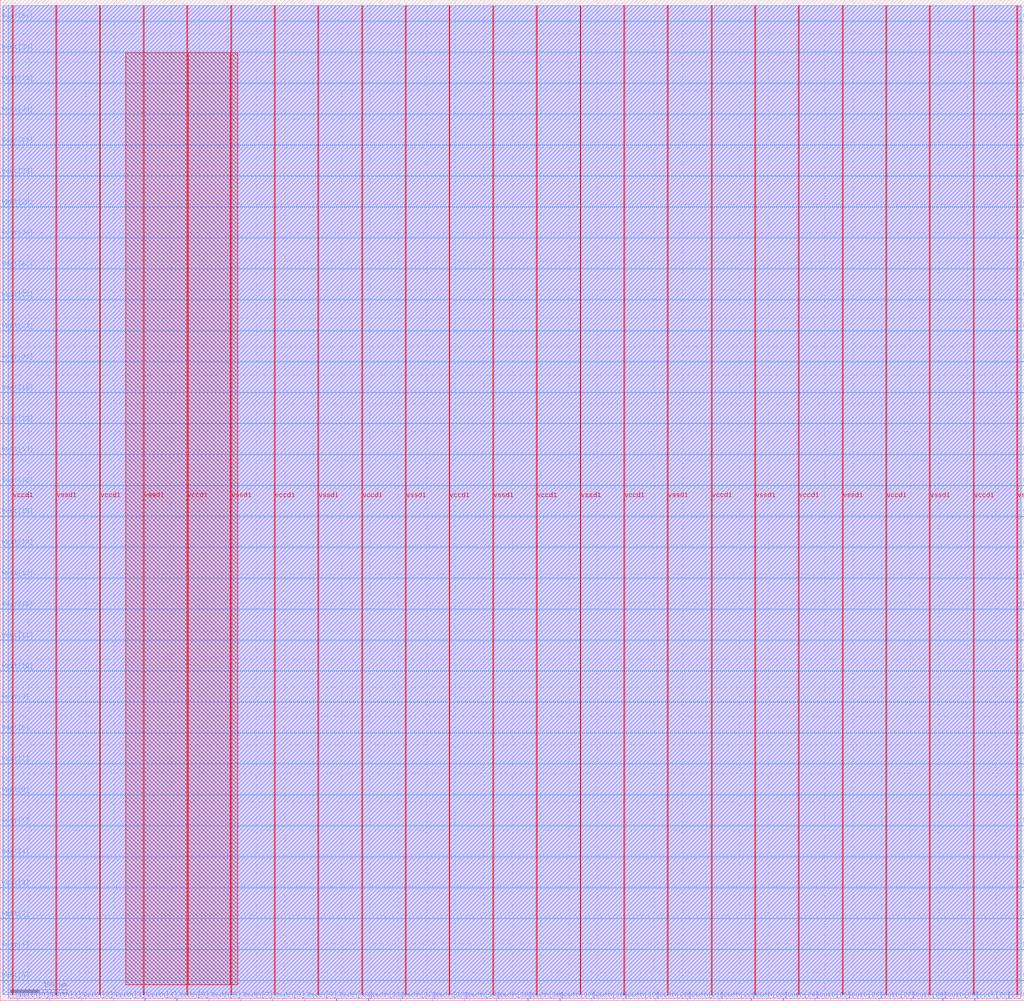
<source format=lef>
VERSION 5.7 ;
  NOWIREEXTENSIONATPIN ON ;
  DIVIDERCHAR "/" ;
  BUSBITCHARS "[]" ;
MACRO user_proj_IMPACT_HEAD
  CLASS BLOCK ;
  FOREIGN user_proj_IMPACT_HEAD ;
  ORIGIN 0.000 0.000 ;
  SIZE 1800.000 BY 1760.000 ;
  PIN East[0]
    DIRECTION INPUT ;
    USE SIGNAL ;
    ANTENNAGATEAREA 0.990000 ;
    PORT
      LAYER met3 ;
        RECT 1796.000 35.400 1800.000 36.000 ;
    END
  END East[0]
  PIN East[10]
    DIRECTION INPUT ;
    USE SIGNAL ;
    ANTENNAGATEAREA 0.990000 ;
    PORT
      LAYER met3 ;
        RECT 1796.000 579.400 1800.000 580.000 ;
    END
  END East[10]
  PIN East[11]
    DIRECTION INPUT ;
    USE SIGNAL ;
    ANTENNAGATEAREA 0.990000 ;
    PORT
      LAYER met3 ;
        RECT 1796.000 633.800 1800.000 634.400 ;
    END
  END East[11]
  PIN East[12]
    DIRECTION INPUT ;
    USE SIGNAL ;
    ANTENNAGATEAREA 0.990000 ;
    PORT
      LAYER met3 ;
        RECT 1796.000 688.200 1800.000 688.800 ;
    END
  END East[12]
  PIN East[13]
    DIRECTION INPUT ;
    USE SIGNAL ;
    ANTENNAGATEAREA 0.990000 ;
    PORT
      LAYER met3 ;
        RECT 1796.000 742.600 1800.000 743.200 ;
    END
  END East[13]
  PIN East[14]
    DIRECTION INPUT ;
    USE SIGNAL ;
    ANTENNAGATEAREA 0.990000 ;
    PORT
      LAYER met3 ;
        RECT 1796.000 797.000 1800.000 797.600 ;
    END
  END East[14]
  PIN East[15]
    DIRECTION INPUT ;
    USE SIGNAL ;
    ANTENNAGATEAREA 0.990000 ;
    PORT
      LAYER met3 ;
        RECT 1796.000 851.400 1800.000 852.000 ;
    END
  END East[15]
  PIN East[16]
    DIRECTION INPUT ;
    USE SIGNAL ;
    ANTENNAGATEAREA 0.990000 ;
    PORT
      LAYER met3 ;
        RECT 1796.000 905.800 1800.000 906.400 ;
    END
  END East[16]
  PIN East[17]
    DIRECTION INPUT ;
    USE SIGNAL ;
    ANTENNAGATEAREA 0.990000 ;
    PORT
      LAYER met3 ;
        RECT 1796.000 960.200 1800.000 960.800 ;
    END
  END East[17]
  PIN East[18]
    DIRECTION INPUT ;
    USE SIGNAL ;
    ANTENNAGATEAREA 0.990000 ;
    PORT
      LAYER met3 ;
        RECT 1796.000 1014.600 1800.000 1015.200 ;
    END
  END East[18]
  PIN East[19]
    DIRECTION INPUT ;
    USE SIGNAL ;
    ANTENNAGATEAREA 0.990000 ;
    PORT
      LAYER met3 ;
        RECT 1796.000 1069.000 1800.000 1069.600 ;
    END
  END East[19]
  PIN East[1]
    DIRECTION INPUT ;
    USE SIGNAL ;
    ANTENNAGATEAREA 0.990000 ;
    PORT
      LAYER met3 ;
        RECT 1796.000 89.800 1800.000 90.400 ;
    END
  END East[1]
  PIN East[20]
    DIRECTION INPUT ;
    USE SIGNAL ;
    ANTENNAGATEAREA 0.990000 ;
    PORT
      LAYER met3 ;
        RECT 1796.000 1123.400 1800.000 1124.000 ;
    END
  END East[20]
  PIN East[21]
    DIRECTION INPUT ;
    USE SIGNAL ;
    ANTENNAGATEAREA 0.990000 ;
    PORT
      LAYER met3 ;
        RECT 1796.000 1177.800 1800.000 1178.400 ;
    END
  END East[21]
  PIN East[22]
    DIRECTION INPUT ;
    USE SIGNAL ;
    ANTENNAGATEAREA 0.495000 ;
    PORT
      LAYER met3 ;
        RECT 1796.000 1232.200 1800.000 1232.800 ;
    END
  END East[22]
  PIN East[23]
    DIRECTION INPUT ;
    USE SIGNAL ;
    ANTENNAGATEAREA 0.495000 ;
    PORT
      LAYER met3 ;
        RECT 1796.000 1286.600 1800.000 1287.200 ;
    END
  END East[23]
  PIN East[24]
    DIRECTION INPUT ;
    USE SIGNAL ;
    ANTENNAGATEAREA 0.495000 ;
    PORT
      LAYER met3 ;
        RECT 1796.000 1341.000 1800.000 1341.600 ;
    END
  END East[24]
  PIN East[25]
    DIRECTION INPUT ;
    USE SIGNAL ;
    ANTENNAGATEAREA 0.495000 ;
    PORT
      LAYER met3 ;
        RECT 1796.000 1395.400 1800.000 1396.000 ;
    END
  END East[25]
  PIN East[26]
    DIRECTION INPUT ;
    USE SIGNAL ;
    ANTENNAGATEAREA 0.495000 ;
    PORT
      LAYER met3 ;
        RECT 1796.000 1449.800 1800.000 1450.400 ;
    END
  END East[26]
  PIN East[27]
    DIRECTION INPUT ;
    USE SIGNAL ;
    ANTENNAGATEAREA 0.495000 ;
    PORT
      LAYER met3 ;
        RECT 1796.000 1504.200 1800.000 1504.800 ;
    END
  END East[27]
  PIN East[28]
    DIRECTION INPUT ;
    USE SIGNAL ;
    ANTENNAGATEAREA 0.495000 ;
    PORT
      LAYER met3 ;
        RECT 1796.000 1558.600 1800.000 1559.200 ;
    END
  END East[28]
  PIN East[29]
    DIRECTION INPUT ;
    USE SIGNAL ;
    ANTENNAGATEAREA 0.742500 ;
    PORT
      LAYER met3 ;
        RECT 1796.000 1613.000 1800.000 1613.600 ;
    END
  END East[29]
  PIN East[2]
    DIRECTION INPUT ;
    USE SIGNAL ;
    ANTENNAGATEAREA 0.990000 ;
    PORT
      LAYER met3 ;
        RECT 1796.000 144.200 1800.000 144.800 ;
    END
  END East[2]
  PIN East[30]
    DIRECTION INPUT ;
    USE SIGNAL ;
    ANTENNAGATEAREA 0.742500 ;
    PORT
      LAYER met3 ;
        RECT 1796.000 1667.400 1800.000 1668.000 ;
    END
  END East[30]
  PIN East[31]
    DIRECTION INPUT ;
    USE SIGNAL ;
    ANTENNAGATEAREA 0.742500 ;
    PORT
      LAYER met3 ;
        RECT 1796.000 1721.800 1800.000 1722.400 ;
    END
  END East[31]
  PIN East[3]
    DIRECTION INPUT ;
    USE SIGNAL ;
    ANTENNAGATEAREA 0.990000 ;
    PORT
      LAYER met3 ;
        RECT 1796.000 198.600 1800.000 199.200 ;
    END
  END East[3]
  PIN East[4]
    DIRECTION INPUT ;
    USE SIGNAL ;
    ANTENNAGATEAREA 0.990000 ;
    PORT
      LAYER met3 ;
        RECT 1796.000 253.000 1800.000 253.600 ;
    END
  END East[4]
  PIN East[5]
    DIRECTION INPUT ;
    USE SIGNAL ;
    ANTENNAGATEAREA 0.990000 ;
    PORT
      LAYER met3 ;
        RECT 1796.000 307.400 1800.000 308.000 ;
    END
  END East[5]
  PIN East[6]
    DIRECTION INPUT ;
    USE SIGNAL ;
    ANTENNAGATEAREA 0.990000 ;
    PORT
      LAYER met3 ;
        RECT 1796.000 361.800 1800.000 362.400 ;
    END
  END East[6]
  PIN East[7]
    DIRECTION INPUT ;
    USE SIGNAL ;
    ANTENNAGATEAREA 0.990000 ;
    PORT
      LAYER met3 ;
        RECT 1796.000 416.200 1800.000 416.800 ;
    END
  END East[7]
  PIN East[8]
    DIRECTION INPUT ;
    USE SIGNAL ;
    ANTENNAGATEAREA 0.990000 ;
    PORT
      LAYER met3 ;
        RECT 1796.000 470.600 1800.000 471.200 ;
    END
  END East[8]
  PIN East[9]
    DIRECTION INPUT ;
    USE SIGNAL ;
    ANTENNAGATEAREA 0.990000 ;
    PORT
      LAYER met3 ;
        RECT 1796.000 525.000 1800.000 525.600 ;
    END
  END East[9]
  PIN South[0]
    DIRECTION INOUT ;
    USE SIGNAL ;
    PORT
      LAYER met2 ;
        RECT 29.990 0.000 30.270 4.000 ;
    END
  END South[0]
  PIN South[10]
    DIRECTION INOUT ;
    USE SIGNAL ;
    PORT
      LAYER met2 ;
        RECT 591.190 0.000 591.470 4.000 ;
    END
  END South[10]
  PIN South[11]
    DIRECTION INOUT ;
    USE SIGNAL ;
    PORT
      LAYER met2 ;
        RECT 647.310 0.000 647.590 4.000 ;
    END
  END South[11]
  PIN South[12]
    DIRECTION INOUT ;
    USE SIGNAL ;
    PORT
      LAYER met2 ;
        RECT 703.430 0.000 703.710 4.000 ;
    END
  END South[12]
  PIN South[13]
    DIRECTION INOUT ;
    USE SIGNAL ;
    PORT
      LAYER met2 ;
        RECT 759.550 0.000 759.830 4.000 ;
    END
  END South[13]
  PIN South[14]
    DIRECTION INOUT ;
    USE SIGNAL ;
    PORT
      LAYER met2 ;
        RECT 815.670 0.000 815.950 4.000 ;
    END
  END South[14]
  PIN South[15]
    DIRECTION INOUT ;
    USE SIGNAL ;
    PORT
      LAYER met2 ;
        RECT 871.790 0.000 872.070 4.000 ;
    END
  END South[15]
  PIN South[16]
    DIRECTION INOUT ;
    USE SIGNAL ;
    PORT
      LAYER met2 ;
        RECT 927.910 0.000 928.190 4.000 ;
    END
  END South[16]
  PIN South[17]
    DIRECTION INOUT ;
    USE SIGNAL ;
    PORT
      LAYER met2 ;
        RECT 984.030 0.000 984.310 4.000 ;
    END
  END South[17]
  PIN South[18]
    DIRECTION INOUT ;
    USE SIGNAL ;
    PORT
      LAYER met2 ;
        RECT 1040.150 0.000 1040.430 4.000 ;
    END
  END South[18]
  PIN South[19]
    DIRECTION INOUT ;
    USE SIGNAL ;
    PORT
      LAYER met2 ;
        RECT 1096.270 0.000 1096.550 4.000 ;
    END
  END South[19]
  PIN South[1]
    DIRECTION INOUT ;
    USE SIGNAL ;
    PORT
      LAYER met2 ;
        RECT 86.110 0.000 86.390 4.000 ;
    END
  END South[1]
  PIN South[20]
    DIRECTION INOUT ;
    USE SIGNAL ;
    PORT
      LAYER met2 ;
        RECT 1152.390 0.000 1152.670 4.000 ;
    END
  END South[20]
  PIN South[21]
    DIRECTION INOUT ;
    USE SIGNAL ;
    PORT
      LAYER met2 ;
        RECT 1208.510 0.000 1208.790 4.000 ;
    END
  END South[21]
  PIN South[22]
    DIRECTION INOUT ;
    USE SIGNAL ;
    PORT
      LAYER met2 ;
        RECT 1264.630 0.000 1264.910 4.000 ;
    END
  END South[22]
  PIN South[23]
    DIRECTION INOUT ;
    USE SIGNAL ;
    PORT
      LAYER met2 ;
        RECT 1320.750 0.000 1321.030 4.000 ;
    END
  END South[23]
  PIN South[24]
    DIRECTION INOUT ;
    USE SIGNAL ;
    PORT
      LAYER met2 ;
        RECT 1376.870 0.000 1377.150 4.000 ;
    END
  END South[24]
  PIN South[25]
    DIRECTION INOUT ;
    USE SIGNAL ;
    PORT
      LAYER met2 ;
        RECT 1432.990 0.000 1433.270 4.000 ;
    END
  END South[25]
  PIN South[26]
    DIRECTION INOUT ;
    USE SIGNAL ;
    PORT
      LAYER met2 ;
        RECT 1489.110 0.000 1489.390 4.000 ;
    END
  END South[26]
  PIN South[27]
    DIRECTION INOUT ;
    USE SIGNAL ;
    PORT
      LAYER met2 ;
        RECT 1545.230 0.000 1545.510 4.000 ;
    END
  END South[27]
  PIN South[28]
    DIRECTION INOUT ;
    USE SIGNAL ;
    PORT
      LAYER met2 ;
        RECT 1601.350 0.000 1601.630 4.000 ;
    END
  END South[28]
  PIN South[29]
    DIRECTION INOUT ;
    USE SIGNAL ;
    PORT
      LAYER met2 ;
        RECT 1657.470 0.000 1657.750 4.000 ;
    END
  END South[29]
  PIN South[2]
    DIRECTION INOUT ;
    USE SIGNAL ;
    PORT
      LAYER met2 ;
        RECT 142.230 0.000 142.510 4.000 ;
    END
  END South[2]
  PIN South[30]
    DIRECTION INOUT ;
    USE SIGNAL ;
    PORT
      LAYER met2 ;
        RECT 1713.590 0.000 1713.870 4.000 ;
    END
  END South[30]
  PIN South[31]
    DIRECTION INOUT ;
    USE SIGNAL ;
    PORT
      LAYER met2 ;
        RECT 1769.710 0.000 1769.990 4.000 ;
    END
  END South[31]
  PIN South[3]
    DIRECTION INOUT ;
    USE SIGNAL ;
    PORT
      LAYER met2 ;
        RECT 198.350 0.000 198.630 4.000 ;
    END
  END South[3]
  PIN South[4]
    DIRECTION INOUT ;
    USE SIGNAL ;
    PORT
      LAYER met2 ;
        RECT 254.470 0.000 254.750 4.000 ;
    END
  END South[4]
  PIN South[5]
    DIRECTION INOUT ;
    USE SIGNAL ;
    PORT
      LAYER met2 ;
        RECT 310.590 0.000 310.870 4.000 ;
    END
  END South[5]
  PIN South[6]
    DIRECTION INOUT ;
    USE SIGNAL ;
    PORT
      LAYER met2 ;
        RECT 366.710 0.000 366.990 4.000 ;
    END
  END South[6]
  PIN South[7]
    DIRECTION INOUT ;
    USE SIGNAL ;
    PORT
      LAYER met2 ;
        RECT 422.830 0.000 423.110 4.000 ;
    END
  END South[7]
  PIN South[8]
    DIRECTION INOUT ;
    USE SIGNAL ;
    PORT
      LAYER met2 ;
        RECT 478.950 0.000 479.230 4.000 ;
    END
  END South[8]
  PIN South[9]
    DIRECTION INOUT ;
    USE SIGNAL ;
    PORT
      LAYER met2 ;
        RECT 535.070 0.000 535.350 4.000 ;
    END
  END South[9]
  PIN West[0]
    DIRECTION INOUT ;
    USE SIGNAL ;
    PORT
      LAYER met3 ;
        RECT 0.000 35.400 4.000 36.000 ;
    END
  END West[0]
  PIN West[10]
    DIRECTION INOUT ;
    USE SIGNAL ;
    PORT
      LAYER met3 ;
        RECT 0.000 579.400 4.000 580.000 ;
    END
  END West[10]
  PIN West[11]
    DIRECTION INOUT ;
    USE SIGNAL ;
    PORT
      LAYER met3 ;
        RECT 0.000 633.800 4.000 634.400 ;
    END
  END West[11]
  PIN West[12]
    DIRECTION INOUT ;
    USE SIGNAL ;
    PORT
      LAYER met3 ;
        RECT 0.000 688.200 4.000 688.800 ;
    END
  END West[12]
  PIN West[13]
    DIRECTION INOUT ;
    USE SIGNAL ;
    PORT
      LAYER met3 ;
        RECT 0.000 742.600 4.000 743.200 ;
    END
  END West[13]
  PIN West[14]
    DIRECTION INOUT ;
    USE SIGNAL ;
    PORT
      LAYER met3 ;
        RECT 0.000 797.000 4.000 797.600 ;
    END
  END West[14]
  PIN West[15]
    DIRECTION INOUT ;
    USE SIGNAL ;
    PORT
      LAYER met3 ;
        RECT 0.000 851.400 4.000 852.000 ;
    END
  END West[15]
  PIN West[16]
    DIRECTION INOUT ;
    USE SIGNAL ;
    PORT
      LAYER met3 ;
        RECT 0.000 905.800 4.000 906.400 ;
    END
  END West[16]
  PIN West[17]
    DIRECTION INOUT ;
    USE SIGNAL ;
    PORT
      LAYER met3 ;
        RECT 0.000 960.200 4.000 960.800 ;
    END
  END West[17]
  PIN West[18]
    DIRECTION INOUT ;
    USE SIGNAL ;
    PORT
      LAYER met3 ;
        RECT 0.000 1014.600 4.000 1015.200 ;
    END
  END West[18]
  PIN West[19]
    DIRECTION INOUT ;
    USE SIGNAL ;
    PORT
      LAYER met3 ;
        RECT 0.000 1069.000 4.000 1069.600 ;
    END
  END West[19]
  PIN West[1]
    DIRECTION INOUT ;
    USE SIGNAL ;
    PORT
      LAYER met3 ;
        RECT 0.000 89.800 4.000 90.400 ;
    END
  END West[1]
  PIN West[20]
    DIRECTION INOUT ;
    USE SIGNAL ;
    PORT
      LAYER met3 ;
        RECT 0.000 1123.400 4.000 1124.000 ;
    END
  END West[20]
  PIN West[21]
    DIRECTION INOUT ;
    USE SIGNAL ;
    PORT
      LAYER met3 ;
        RECT 0.000 1177.800 4.000 1178.400 ;
    END
  END West[21]
  PIN West[22]
    DIRECTION INOUT ;
    USE SIGNAL ;
    PORT
      LAYER met3 ;
        RECT 0.000 1232.200 4.000 1232.800 ;
    END
  END West[22]
  PIN West[23]
    DIRECTION INOUT ;
    USE SIGNAL ;
    PORT
      LAYER met3 ;
        RECT 0.000 1286.600 4.000 1287.200 ;
    END
  END West[23]
  PIN West[24]
    DIRECTION INOUT ;
    USE SIGNAL ;
    PORT
      LAYER met3 ;
        RECT 0.000 1341.000 4.000 1341.600 ;
    END
  END West[24]
  PIN West[25]
    DIRECTION INOUT ;
    USE SIGNAL ;
    PORT
      LAYER met3 ;
        RECT 0.000 1395.400 4.000 1396.000 ;
    END
  END West[25]
  PIN West[26]
    DIRECTION INOUT ;
    USE SIGNAL ;
    PORT
      LAYER met3 ;
        RECT 0.000 1449.800 4.000 1450.400 ;
    END
  END West[26]
  PIN West[27]
    DIRECTION INOUT ;
    USE SIGNAL ;
    PORT
      LAYER met3 ;
        RECT 0.000 1504.200 4.000 1504.800 ;
    END
  END West[27]
  PIN West[28]
    DIRECTION INOUT ;
    USE SIGNAL ;
    PORT
      LAYER met3 ;
        RECT 0.000 1558.600 4.000 1559.200 ;
    END
  END West[28]
  PIN West[29]
    DIRECTION INOUT ;
    USE SIGNAL ;
    PORT
      LAYER met3 ;
        RECT 0.000 1613.000 4.000 1613.600 ;
    END
  END West[29]
  PIN West[2]
    DIRECTION INOUT ;
    USE SIGNAL ;
    PORT
      LAYER met3 ;
        RECT 0.000 144.200 4.000 144.800 ;
    END
  END West[2]
  PIN West[30]
    DIRECTION INOUT ;
    USE SIGNAL ;
    PORT
      LAYER met3 ;
        RECT 0.000 1667.400 4.000 1668.000 ;
    END
  END West[30]
  PIN West[31]
    DIRECTION INOUT ;
    USE SIGNAL ;
    PORT
      LAYER met3 ;
        RECT 0.000 1721.800 4.000 1722.400 ;
    END
  END West[31]
  PIN West[3]
    DIRECTION INOUT ;
    USE SIGNAL ;
    PORT
      LAYER met3 ;
        RECT 0.000 198.600 4.000 199.200 ;
    END
  END West[3]
  PIN West[4]
    DIRECTION INOUT ;
    USE SIGNAL ;
    PORT
      LAYER met3 ;
        RECT 0.000 253.000 4.000 253.600 ;
    END
  END West[4]
  PIN West[5]
    DIRECTION INOUT ;
    USE SIGNAL ;
    PORT
      LAYER met3 ;
        RECT 0.000 307.400 4.000 308.000 ;
    END
  END West[5]
  PIN West[6]
    DIRECTION INOUT ;
    USE SIGNAL ;
    PORT
      LAYER met3 ;
        RECT 0.000 361.800 4.000 362.400 ;
    END
  END West[6]
  PIN West[7]
    DIRECTION INOUT ;
    USE SIGNAL ;
    PORT
      LAYER met3 ;
        RECT 0.000 416.200 4.000 416.800 ;
    END
  END West[7]
  PIN West[8]
    DIRECTION INOUT ;
    USE SIGNAL ;
    PORT
      LAYER met3 ;
        RECT 0.000 470.600 4.000 471.200 ;
    END
  END West[8]
  PIN West[9]
    DIRECTION INOUT ;
    USE SIGNAL ;
    PORT
      LAYER met3 ;
        RECT 0.000 525.000 4.000 525.600 ;
    END
  END West[9]
  PIN vccd1
    DIRECTION INOUT ;
    USE POWER ;
    PORT
      LAYER met4 ;
        RECT 21.040 10.640 22.640 1749.200 ;
    END
    PORT
      LAYER met4 ;
        RECT 174.640 10.640 176.240 1749.200 ;
    END
    PORT
      LAYER met4 ;
        RECT 328.240 10.640 329.840 1749.200 ;
    END
    PORT
      LAYER met4 ;
        RECT 481.840 10.640 483.440 1749.200 ;
    END
    PORT
      LAYER met4 ;
        RECT 635.440 10.640 637.040 1749.200 ;
    END
    PORT
      LAYER met4 ;
        RECT 789.040 10.640 790.640 1749.200 ;
    END
    PORT
      LAYER met4 ;
        RECT 942.640 10.640 944.240 1749.200 ;
    END
    PORT
      LAYER met4 ;
        RECT 1096.240 10.640 1097.840 1749.200 ;
    END
    PORT
      LAYER met4 ;
        RECT 1249.840 10.640 1251.440 1749.200 ;
    END
    PORT
      LAYER met4 ;
        RECT 1403.440 10.640 1405.040 1749.200 ;
    END
    PORT
      LAYER met4 ;
        RECT 1557.040 10.640 1558.640 1749.200 ;
    END
    PORT
      LAYER met4 ;
        RECT 1710.640 10.640 1712.240 1749.200 ;
    END
  END vccd1
  PIN vssd1
    DIRECTION INOUT ;
    USE GROUND ;
    PORT
      LAYER met4 ;
        RECT 97.840 10.640 99.440 1749.200 ;
    END
    PORT
      LAYER met4 ;
        RECT 251.440 10.640 253.040 1749.200 ;
    END
    PORT
      LAYER met4 ;
        RECT 405.040 10.640 406.640 1749.200 ;
    END
    PORT
      LAYER met4 ;
        RECT 558.640 10.640 560.240 1749.200 ;
    END
    PORT
      LAYER met4 ;
        RECT 712.240 10.640 713.840 1749.200 ;
    END
    PORT
      LAYER met4 ;
        RECT 865.840 10.640 867.440 1749.200 ;
    END
    PORT
      LAYER met4 ;
        RECT 1019.440 10.640 1021.040 1749.200 ;
    END
    PORT
      LAYER met4 ;
        RECT 1173.040 10.640 1174.640 1749.200 ;
    END
    PORT
      LAYER met4 ;
        RECT 1326.640 10.640 1328.240 1749.200 ;
    END
    PORT
      LAYER met4 ;
        RECT 1480.240 10.640 1481.840 1749.200 ;
    END
    PORT
      LAYER met4 ;
        RECT 1633.840 10.640 1635.440 1749.200 ;
    END
    PORT
      LAYER met4 ;
        RECT 1787.440 10.640 1789.040 1749.200 ;
    END
  END vssd1
  OBS
      LAYER li1 ;
        RECT 5.520 10.795 1794.460 1749.045 ;
      LAYER met1 ;
        RECT 5.520 10.640 1794.460 1749.200 ;
      LAYER met2 ;
        RECT 13.890 4.280 1794.370 1749.145 ;
        RECT 13.890 4.000 29.710 4.280 ;
        RECT 30.550 4.000 85.830 4.280 ;
        RECT 86.670 4.000 141.950 4.280 ;
        RECT 142.790 4.000 198.070 4.280 ;
        RECT 198.910 4.000 254.190 4.280 ;
        RECT 255.030 4.000 310.310 4.280 ;
        RECT 311.150 4.000 366.430 4.280 ;
        RECT 367.270 4.000 422.550 4.280 ;
        RECT 423.390 4.000 478.670 4.280 ;
        RECT 479.510 4.000 534.790 4.280 ;
        RECT 535.630 4.000 590.910 4.280 ;
        RECT 591.750 4.000 647.030 4.280 ;
        RECT 647.870 4.000 703.150 4.280 ;
        RECT 703.990 4.000 759.270 4.280 ;
        RECT 760.110 4.000 815.390 4.280 ;
        RECT 816.230 4.000 871.510 4.280 ;
        RECT 872.350 4.000 927.630 4.280 ;
        RECT 928.470 4.000 983.750 4.280 ;
        RECT 984.590 4.000 1039.870 4.280 ;
        RECT 1040.710 4.000 1095.990 4.280 ;
        RECT 1096.830 4.000 1152.110 4.280 ;
        RECT 1152.950 4.000 1208.230 4.280 ;
        RECT 1209.070 4.000 1264.350 4.280 ;
        RECT 1265.190 4.000 1320.470 4.280 ;
        RECT 1321.310 4.000 1376.590 4.280 ;
        RECT 1377.430 4.000 1432.710 4.280 ;
        RECT 1433.550 4.000 1488.830 4.280 ;
        RECT 1489.670 4.000 1544.950 4.280 ;
        RECT 1545.790 4.000 1601.070 4.280 ;
        RECT 1601.910 4.000 1657.190 4.280 ;
        RECT 1658.030 4.000 1713.310 4.280 ;
        RECT 1714.150 4.000 1769.430 4.280 ;
        RECT 1770.270 4.000 1794.370 4.280 ;
      LAYER met3 ;
        RECT 4.000 1722.800 1796.000 1749.125 ;
        RECT 4.400 1721.400 1795.600 1722.800 ;
        RECT 4.000 1668.400 1796.000 1721.400 ;
        RECT 4.400 1667.000 1795.600 1668.400 ;
        RECT 4.000 1614.000 1796.000 1667.000 ;
        RECT 4.400 1612.600 1795.600 1614.000 ;
        RECT 4.000 1559.600 1796.000 1612.600 ;
        RECT 4.400 1558.200 1795.600 1559.600 ;
        RECT 4.000 1505.200 1796.000 1558.200 ;
        RECT 4.400 1503.800 1795.600 1505.200 ;
        RECT 4.000 1450.800 1796.000 1503.800 ;
        RECT 4.400 1449.400 1795.600 1450.800 ;
        RECT 4.000 1396.400 1796.000 1449.400 ;
        RECT 4.400 1395.000 1795.600 1396.400 ;
        RECT 4.000 1342.000 1796.000 1395.000 ;
        RECT 4.400 1340.600 1795.600 1342.000 ;
        RECT 4.000 1287.600 1796.000 1340.600 ;
        RECT 4.400 1286.200 1795.600 1287.600 ;
        RECT 4.000 1233.200 1796.000 1286.200 ;
        RECT 4.400 1231.800 1795.600 1233.200 ;
        RECT 4.000 1178.800 1796.000 1231.800 ;
        RECT 4.400 1177.400 1795.600 1178.800 ;
        RECT 4.000 1124.400 1796.000 1177.400 ;
        RECT 4.400 1123.000 1795.600 1124.400 ;
        RECT 4.000 1070.000 1796.000 1123.000 ;
        RECT 4.400 1068.600 1795.600 1070.000 ;
        RECT 4.000 1015.600 1796.000 1068.600 ;
        RECT 4.400 1014.200 1795.600 1015.600 ;
        RECT 4.000 961.200 1796.000 1014.200 ;
        RECT 4.400 959.800 1795.600 961.200 ;
        RECT 4.000 906.800 1796.000 959.800 ;
        RECT 4.400 905.400 1795.600 906.800 ;
        RECT 4.000 852.400 1796.000 905.400 ;
        RECT 4.400 851.000 1795.600 852.400 ;
        RECT 4.000 798.000 1796.000 851.000 ;
        RECT 4.400 796.600 1795.600 798.000 ;
        RECT 4.000 743.600 1796.000 796.600 ;
        RECT 4.400 742.200 1795.600 743.600 ;
        RECT 4.000 689.200 1796.000 742.200 ;
        RECT 4.400 687.800 1795.600 689.200 ;
        RECT 4.000 634.800 1796.000 687.800 ;
        RECT 4.400 633.400 1795.600 634.800 ;
        RECT 4.000 580.400 1796.000 633.400 ;
        RECT 4.400 579.000 1795.600 580.400 ;
        RECT 4.000 526.000 1796.000 579.000 ;
        RECT 4.400 524.600 1795.600 526.000 ;
        RECT 4.000 471.600 1796.000 524.600 ;
        RECT 4.400 470.200 1795.600 471.600 ;
        RECT 4.000 417.200 1796.000 470.200 ;
        RECT 4.400 415.800 1795.600 417.200 ;
        RECT 4.000 362.800 1796.000 415.800 ;
        RECT 4.400 361.400 1795.600 362.800 ;
        RECT 4.000 308.400 1796.000 361.400 ;
        RECT 4.400 307.000 1795.600 308.400 ;
        RECT 4.000 254.000 1796.000 307.000 ;
        RECT 4.400 252.600 1795.600 254.000 ;
        RECT 4.000 199.600 1796.000 252.600 ;
        RECT 4.400 198.200 1795.600 199.600 ;
        RECT 4.000 145.200 1796.000 198.200 ;
        RECT 4.400 143.800 1795.600 145.200 ;
        RECT 4.000 90.800 1796.000 143.800 ;
        RECT 4.400 89.400 1795.600 90.800 ;
        RECT 4.000 36.400 1796.000 89.400 ;
        RECT 4.400 35.000 1795.600 36.400 ;
        RECT 4.000 10.715 1796.000 35.000 ;
      LAYER met4 ;
        RECT 221.095 28.055 251.040 1666.505 ;
        RECT 253.440 28.055 327.840 1666.505 ;
        RECT 330.240 28.055 404.640 1666.505 ;
        RECT 407.040 28.055 417.385 1666.505 ;
  END
END user_proj_IMPACT_HEAD
END LIBRARY


</source>
